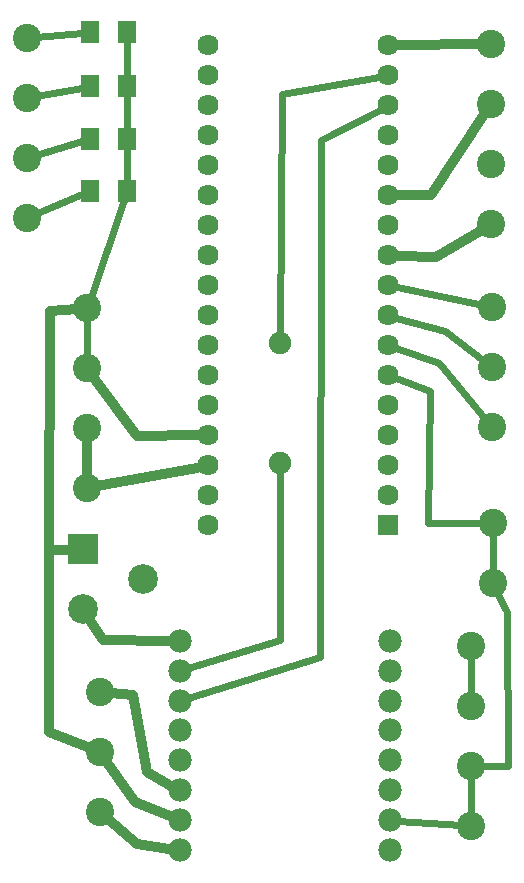
<source format=gtl>
G04 MADE WITH FRITZING*
G04 WWW.FRITZING.ORG*
G04 DOUBLE SIDED*
G04 HOLES PLATED*
G04 CONTOUR ON CENTER OF CONTOUR VECTOR*
%ASAXBY*%
%FSLAX23Y23*%
%MOIN*%
%OFA0B0*%
%SFA1.0B1.0*%
%ADD10C,0.094488*%
%ADD11C,0.075000*%
%ADD12C,0.077701*%
%ADD13C,0.070555*%
%ADD14C,0.070583*%
%ADD15C,0.099000*%
%ADD16R,0.070570X0.070542*%
%ADD17R,0.099000X0.099000*%
%ADD18R,0.062992X0.074803*%
%ADD19C,0.032000*%
%ADD20C,0.024000*%
%LNCOPPER1*%
G90*
G70*
G54D10*
X381Y690D03*
X381Y490D03*
X381Y290D03*
X337Y1969D03*
X337Y1769D03*
X337Y1569D03*
X337Y1369D03*
X1686Y2850D03*
X1686Y2650D03*
X1686Y2450D03*
X1686Y2250D03*
X137Y2870D03*
X137Y2670D03*
X137Y2470D03*
X137Y2270D03*
G54D11*
X983Y1854D03*
X983Y1454D03*
G54D12*
X648Y861D03*
X648Y761D03*
X648Y661D03*
X648Y562D03*
X648Y462D03*
X648Y362D03*
X648Y262D03*
X648Y162D03*
X1347Y861D03*
X1347Y761D03*
X1347Y661D03*
X1347Y562D03*
X1347Y462D03*
X1347Y362D03*
X1347Y262D03*
X1347Y162D03*
G54D13*
X1341Y1245D03*
X1341Y1345D03*
X1341Y1445D03*
X1341Y1545D03*
X1341Y1645D03*
X1341Y1745D03*
X1341Y1845D03*
X1341Y1945D03*
X1341Y2045D03*
G54D14*
X1341Y2145D03*
X1341Y2245D03*
X1341Y2345D03*
G54D13*
X1341Y2445D03*
X1341Y2545D03*
G54D14*
X1341Y2645D03*
X1341Y2745D03*
X1341Y2845D03*
G54D13*
X741Y1245D03*
X741Y1345D03*
X741Y1445D03*
X741Y1545D03*
X741Y1645D03*
X741Y1745D03*
X741Y2045D03*
G54D14*
X741Y2145D03*
G54D13*
X741Y1945D03*
X741Y1845D03*
G54D14*
X741Y2245D03*
X741Y2345D03*
G54D13*
X741Y2445D03*
X741Y2545D03*
G54D14*
X741Y2645D03*
X741Y2745D03*
X741Y2845D03*
G54D15*
X326Y965D03*
X326Y1165D03*
X526Y1065D03*
G54D10*
X1617Y843D03*
X1617Y643D03*
X1617Y443D03*
X1617Y243D03*
X1687Y1973D03*
X1687Y1773D03*
X1687Y1573D03*
X1690Y1252D03*
X1690Y1052D03*
G54D16*
X1341Y1245D03*
G54D17*
X326Y1165D03*
G54D18*
X348Y2889D03*
X470Y2889D03*
X348Y2361D03*
X470Y2361D03*
X348Y2709D03*
X470Y2709D03*
X348Y2534D03*
X470Y2534D03*
G54D19*
X506Y1544D02*
X359Y1740D01*
G54D20*
D02*
X337Y1800D02*
X337Y1938D01*
G54D19*
D02*
X705Y1545D02*
X506Y1544D01*
D02*
X337Y1400D02*
X337Y1538D01*
D02*
X373Y1376D02*
X706Y1438D01*
G54D20*
D02*
X1659Y1252D02*
X1474Y1252D01*
D02*
X1482Y1693D02*
X1369Y1735D01*
D02*
X1474Y1252D02*
X1482Y1693D01*
G54D19*
D02*
X210Y558D02*
X347Y503D01*
D02*
X212Y1162D02*
X210Y558D01*
D02*
X214Y1960D02*
X306Y1967D01*
D02*
X212Y1162D02*
X214Y1960D01*
D02*
X295Y1164D02*
X212Y1162D01*
D02*
X504Y184D02*
X408Y266D01*
D02*
X493Y681D02*
X417Y687D01*
D02*
X539Y422D02*
X493Y681D01*
D02*
X617Y378D02*
X539Y422D01*
D02*
X499Y324D02*
X402Y460D01*
D02*
X616Y275D02*
X499Y324D01*
D02*
X613Y167D02*
X504Y184D01*
G54D20*
D02*
X987Y2682D02*
X983Y1883D01*
D02*
X1311Y2740D02*
X987Y2682D01*
D02*
X980Y862D02*
X675Y770D01*
D02*
X1115Y807D02*
X675Y670D01*
G54D19*
D02*
X391Y862D02*
X613Y861D01*
D02*
X346Y934D02*
X391Y862D01*
G54D20*
D02*
X1118Y2529D02*
X1115Y807D01*
D02*
X1314Y2631D02*
X1118Y2529D01*
D02*
X983Y1425D02*
X980Y862D01*
D02*
X1617Y673D02*
X1617Y812D01*
D02*
X1586Y245D02*
X1376Y260D01*
D02*
X1617Y412D02*
X1617Y273D01*
D02*
X322Y2887D02*
X168Y2873D01*
D02*
X322Y2704D02*
X167Y2675D01*
D02*
X322Y2526D02*
X167Y2479D01*
D02*
X322Y2350D02*
X165Y2282D01*
D02*
X470Y2741D02*
X470Y2858D01*
D02*
X347Y1998D02*
X460Y2329D01*
D02*
X470Y2565D02*
X470Y2677D01*
D02*
X470Y2393D02*
X470Y2502D01*
D02*
X1690Y1083D02*
X1690Y1221D01*
D02*
X1510Y1788D02*
X1369Y1835D01*
D02*
X1668Y1597D02*
X1510Y1788D01*
D02*
X1663Y1792D02*
X1531Y1892D01*
D02*
X1531Y1892D02*
X1369Y1937D01*
D02*
X1657Y1980D02*
X1370Y2039D01*
G54D19*
D02*
X1655Y2231D02*
X1502Y2139D01*
D02*
X1502Y2139D02*
X1376Y2144D01*
D02*
X1666Y2620D02*
X1486Y2345D01*
D02*
X1486Y2345D02*
X1376Y2345D01*
D02*
X1650Y2849D02*
X1376Y2845D01*
G54D20*
D02*
X1703Y1025D02*
X1737Y956D01*
D02*
X1741Y442D02*
X1648Y442D01*
D02*
X1737Y956D02*
X1741Y442D01*
G04 End of Copper1*
M02*
</source>
